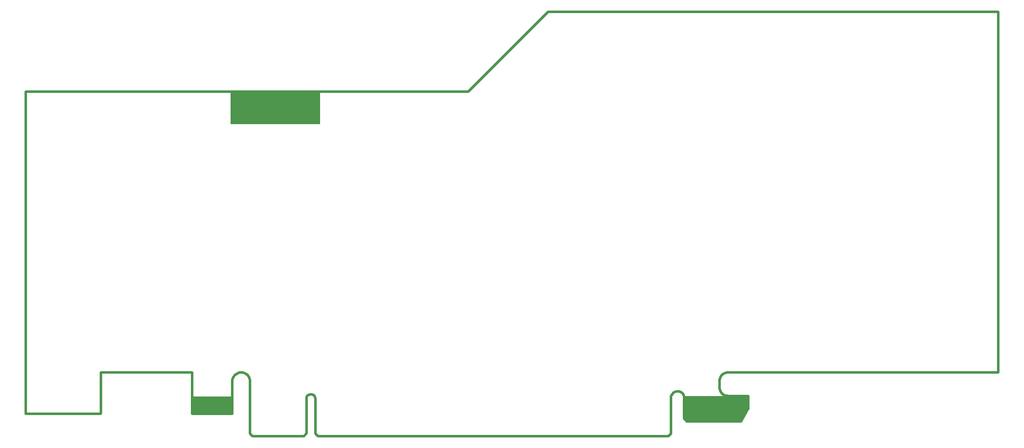
<source format=gko>
G04*
G04 #@! TF.GenerationSoftware,Altium Limited,Altium Designer,21.3.2 (30)*
G04*
G04 Layer_Color=16711935*
%FSLAX25Y25*%
%MOIN*%
G70*
G04*
G04 #@! TF.SameCoordinates,06CA3BE7-F167-48F9-AA53-4FDEF555C1C3*
G04*
G04*
G04 #@! TF.FilePolarity,Positive*
G04*
G01*
G75*
%ADD142C,0.01968*%
%ADD143R,0.70866X0.24803*%
%ADD144R,0.31496X0.13583*%
G36*
X519882Y13583D02*
X521850Y11614D01*
X564370D01*
X569882Y21161D01*
Y31299D01*
X519882D01*
Y13583D01*
D02*
G37*
D142*
X219291Y-198D02*
X219433Y-139D01*
X221399Y1827D02*
X221458Y1969D01*
X230567Y-139D02*
X230709Y-198D01*
X228542Y1969D02*
X228601Y1827D01*
X228542Y29331D02*
X228398Y30329D01*
X227980Y31246D01*
X227319Y32007D01*
X226471Y32552D01*
X225504Y32836D01*
X224496D01*
X223529Y32552D01*
X222681Y32007D01*
X222020Y31246D01*
X221602Y30329D01*
X221458Y29331D01*
X507087Y-198D02*
X507227Y-140D01*
X509194Y1827D02*
X509254Y1969D01*
X514468Y35156D02*
X513451Y35056D01*
X512473Y34759D01*
X511571Y34277D01*
X510781Y33628D01*
X510132Y32838D01*
X509650Y31937D01*
X509354Y30958D01*
X509254Y29941D01*
X509254Y29943D01*
X519684Y29941D02*
X519583Y30958D01*
X519287Y31937D01*
X518805Y32838D01*
X518156Y33628D01*
X517366Y34277D01*
X516464Y34759D01*
X515486Y35056D01*
X514468Y35156D01*
X519684Y13583D02*
X519743Y13441D01*
X521709Y11475D02*
X521850Y11416D01*
X178992Y-139D02*
X179134Y-198D01*
X564370Y11416D02*
X564542Y11515D01*
X570054Y21062D02*
X570080Y21161D01*
Y31299D02*
X569882Y31498D01*
X547639Y38189D02*
X547707Y37237D01*
X547910Y36304D01*
X548244Y35409D01*
X548701Y34571D01*
X549274Y33807D01*
X549949Y33132D01*
X550713Y32560D01*
X551551Y32102D01*
X552446Y31769D01*
X553378Y31566D01*
X554331Y31498D01*
Y49999D02*
X553378Y49930D01*
X552446Y49727D01*
X551551Y49394D01*
X550713Y48936D01*
X549949Y48364D01*
X549274Y47689D01*
X548701Y46925D01*
X548244Y46087D01*
X547910Y45192D01*
X547707Y44259D01*
X547639Y43307D01*
X-198Y17717D02*
X0Y17518D01*
X59055D02*
X59254Y17717D01*
X131101D02*
X131299Y17518D01*
X162795D02*
X162994Y17717D01*
Y43012D02*
X162994Y43014D01*
Y43012D01*
X176967D02*
X176896Y44006D01*
X176684Y44980D01*
X176336Y45914D01*
X175858Y46789D01*
X175261Y47587D01*
X174556Y48292D01*
X173758Y48889D01*
X172883Y49367D01*
X171950Y49715D01*
X170975Y49927D01*
X169981Y49999D01*
X168987Y49927D01*
X168013Y49716D01*
X167079Y49368D01*
X166204Y48890D01*
X165406Y48293D01*
X164701Y47588D01*
X164104Y46790D01*
X163626Y45916D01*
X163277Y44982D01*
X163065Y44008D01*
X162994Y43014D01*
X176967Y1969D02*
X177026Y1827D01*
X554331Y49999D02*
X767717Y50000D01*
X767715Y334646D02*
X767717Y50000D01*
X349213Y271652D02*
X412204Y334643D01*
X-197Y271652D02*
X349213Y271652D01*
X412204Y334643D02*
X767717Y334646D01*
X221458Y1969D02*
Y29331D01*
X179134Y-198D02*
X219291D01*
X219432Y-140D02*
X219433Y-139D01*
X219432Y-140D02*
X221400Y1828D01*
X221399Y1827D02*
X221400Y1828D01*
X230567Y-139D02*
X230568Y-140D01*
X228600Y1828D02*
X228601Y1827D01*
X228600Y1828D02*
X230568Y-140D01*
X228542Y1969D02*
Y29331D01*
X230709Y-198D02*
X507087D01*
X507227Y-140D02*
X509195Y1828D01*
X509194Y1827D02*
X509195Y1828D01*
X509254Y1969D02*
Y29941D01*
X509254Y29943D02*
X509254Y29941D01*
X514468Y35156D02*
X514468D01*
X519684Y13583D02*
Y29941D01*
X519742Y13442D02*
X519743Y13441D01*
X519742Y13442D02*
X521710Y11474D01*
X521850Y11416D02*
X564370D01*
X521709Y11475D02*
X521710Y11474D01*
X564542Y11515D02*
X570054Y21062D01*
X177026Y1827D02*
X178994Y-140D01*
X178992Y-139D02*
X178994Y-140D01*
X570080Y21161D02*
Y31299D01*
X554331Y31498D02*
X569882D01*
X547639Y38189D02*
Y43307D01*
X-198Y271654D02*
X-198Y17717D01*
X0Y17518D02*
X59055D01*
X59254Y17717D02*
Y49999D01*
X131101D01*
Y17717D02*
Y49999D01*
X131299Y17518D02*
X162795D01*
X162994Y17717D02*
Y43012D01*
X162994Y43014D02*
X162994Y43012D01*
X162994D02*
X162994D01*
X176967D02*
X176967D01*
Y1969D02*
Y43012D01*
D143*
X196850Y258268D02*
D03*
D03*
D144*
X147047Y24508D02*
D03*
M02*

</source>
